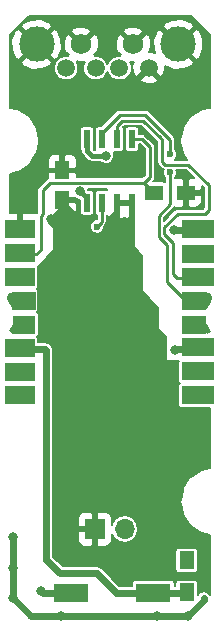
<source format=gbr>
G04 #@! TF.FileFunction,Copper,L1,Top,Signal*
%FSLAX46Y46*%
G04 Gerber Fmt 4.6, Leading zero omitted, Abs format (unit mm)*
G04 Created by KiCad (PCBNEW 4.0.4-stable) date 03/30/17 11:45:36*
%MOMM*%
%LPD*%
G01*
G04 APERTURE LIST*
%ADD10C,0.100000*%
%ADD11O,1.400000X1.000000*%
%ADD12O,0.100000X0.100000*%
%ADD13R,0.600000X1.550000*%
%ADD14R,1.250000X1.500000*%
%ADD15C,1.750000*%
%ADD16C,1.501140*%
%ADD17C,2.999740*%
%ADD18R,1.300000X1.500000*%
%ADD19R,1.500000X1.300000*%
%ADD20R,3.000000X1.600000*%
%ADD21R,1.700000X1.700000*%
%ADD22O,1.700000X1.700000*%
%ADD23R,2.500000X1.500000*%
%ADD24R,2.000000X1.500000*%
%ADD25R,1.900000X1.500000*%
%ADD26R,2.700000X1.500000*%
%ADD27R,2.100000X1.500000*%
%ADD28C,0.800000*%
%ADD29C,0.600000*%
%ADD30C,0.600000*%
%ADD31C,0.400000*%
%ADD32C,0.250000*%
%ADD33C,0.200000*%
G04 APERTURE END LIST*
D10*
D11*
X142960000Y-78840000D03*
D12*
X142960000Y-81200000D03*
D10*
G36*
X143048205Y-79523109D02*
X142701795Y-79723109D01*
X142351795Y-79116891D01*
X142698205Y-78916891D01*
X143048205Y-79523109D01*
X143048205Y-79523109D01*
G37*
G36*
X142845863Y-81077199D02*
X143185082Y-81289167D01*
X142814139Y-81882801D01*
X142474920Y-81670833D01*
X142845863Y-81077199D01*
X142845863Y-81077199D01*
G37*
D13*
X149055000Y-70810000D03*
X150325000Y-70810000D03*
X151595000Y-70810000D03*
X152865000Y-70810000D03*
X152865000Y-65410000D03*
X151595000Y-65410000D03*
X150325000Y-65410000D03*
X149055000Y-65410000D03*
D14*
X146970000Y-68060000D03*
X146970000Y-70560000D03*
D15*
X148600000Y-57400000D03*
X153000000Y-57400000D03*
D16*
X154300000Y-59400000D03*
X151800000Y-59400000D03*
X149800000Y-59400000D03*
X147300000Y-59400000D03*
D17*
X156800000Y-57400000D03*
X144800000Y-57400000D03*
D18*
X157510000Y-101090000D03*
X157510000Y-103790000D03*
D19*
X157450000Y-69950000D03*
X154750000Y-69950000D03*
D20*
X147680000Y-103860000D03*
X154680000Y-103860000D03*
D21*
X149730000Y-98450000D03*
D22*
X152270000Y-98450000D03*
D23*
X143400000Y-72997600D03*
X143400000Y-75029600D03*
X143400000Y-77112400D03*
D24*
X143700000Y-79093600D03*
D25*
X143700000Y-81125600D03*
D23*
X143400000Y-83106800D03*
X143400000Y-85113400D03*
D26*
X158450000Y-73035700D03*
X158450000Y-75118500D03*
X158450000Y-77099700D03*
D27*
X158150000Y-79119000D03*
X158150000Y-81151000D03*
D26*
X158450000Y-83056000D03*
X158450000Y-85088000D03*
X158450000Y-87120000D03*
D23*
X143400000Y-87120000D03*
D10*
G36*
X158851795Y-81296890D02*
X159198205Y-81096890D01*
X159548205Y-81703108D01*
X159201795Y-81903108D01*
X158851795Y-81296890D01*
X158851795Y-81296890D01*
G37*
G36*
X159234138Y-79782801D02*
X158894919Y-79570833D01*
X159265862Y-78977199D01*
X159605081Y-79189167D01*
X159234138Y-79782801D01*
X159234138Y-79782801D01*
G37*
D11*
X159000000Y-78870000D03*
D12*
X159000000Y-81230000D03*
D28*
X142810000Y-101720000D03*
D29*
X144350000Y-105800000D03*
D28*
X146890000Y-105800000D03*
X157640000Y-105800000D03*
X154970000Y-105800000D03*
X142810000Y-104260000D03*
X142810000Y-99140000D03*
X157180000Y-68380000D03*
X146750000Y-66390000D03*
X145150000Y-64590000D03*
X153200000Y-66940000D03*
X151980000Y-66940000D03*
X145200000Y-103670000D03*
X156430000Y-73150000D03*
X150700000Y-66810000D03*
X148460000Y-69840000D03*
D29*
X156100000Y-66710000D03*
X156100000Y-68240000D03*
D28*
X156520000Y-83280000D03*
D29*
X149900000Y-72820000D03*
D28*
X149760000Y-73710000D03*
X151750000Y-77460000D03*
X148440000Y-91270000D03*
X145720000Y-79020000D03*
X147390000Y-80010000D03*
X147390000Y-81140000D03*
X145740000Y-81120000D03*
X149150000Y-81150000D03*
X149150000Y-80020000D03*
X145690000Y-80010000D03*
X147370000Y-79030000D03*
X146050000Y-72180000D03*
D30*
X142810000Y-99140000D02*
X142810000Y-101720000D01*
X142810000Y-104260000D02*
X144350000Y-105800000D01*
X154970000Y-105800000D02*
X157640000Y-105800000D01*
X158980000Y-104460000D02*
X157640000Y-105800000D01*
X158980000Y-104460000D02*
X158980000Y-104310000D01*
X154970000Y-105800000D02*
X146890000Y-105800000D01*
X144350000Y-105800000D02*
X146890000Y-105800000D01*
X142810000Y-101720000D02*
X142810000Y-104260000D01*
X158970000Y-104310000D02*
X158980000Y-104310000D01*
X158970000Y-104310000D02*
X158960000Y-104300000D01*
D31*
X157450000Y-69950000D02*
X157450000Y-68650000D01*
X157450000Y-68650000D02*
X157180000Y-68380000D01*
D32*
X157450000Y-69950000D02*
X157450000Y-69450000D01*
D30*
X145390000Y-103860000D02*
X147680000Y-103860000D01*
X145200000Y-103670000D02*
X145390000Y-103860000D01*
X156430000Y-73150000D02*
X157846800Y-73150000D01*
X157846800Y-73150000D02*
X157871100Y-73125700D01*
D31*
X150700000Y-66810000D02*
X149470000Y-66810000D01*
X149055000Y-66395000D02*
X149055000Y-65410000D01*
X149470000Y-66810000D02*
X149055000Y-66395000D01*
X148460000Y-69840000D02*
X149055000Y-70435000D01*
X149055000Y-70810000D02*
X149055000Y-70435000D01*
X149055000Y-70810000D02*
X149055000Y-70765000D01*
D32*
X153710000Y-65410000D02*
X154410000Y-66110000D01*
X152865000Y-65410000D02*
X153710000Y-65410000D01*
X154410000Y-68620000D02*
X153915000Y-69115000D01*
X154410000Y-66110000D02*
X154410000Y-68620000D01*
X145350000Y-69740000D02*
X145950000Y-69140000D01*
X154750000Y-69950000D02*
X153915000Y-69115000D01*
X153915000Y-69115000D02*
X153900000Y-69100000D01*
X145350000Y-69740000D02*
X145350000Y-71750000D01*
X145350000Y-71750000D02*
X145140000Y-71960000D01*
X145140000Y-71960000D02*
X145140000Y-74770000D01*
X145140000Y-74770000D02*
X144790400Y-75119600D01*
X144790400Y-75119600D02*
X143883800Y-75119600D01*
X148010000Y-69100000D02*
X153900000Y-69100000D01*
X147970000Y-69140000D02*
X148010000Y-69100000D01*
X145950000Y-69140000D02*
X147970000Y-69140000D01*
X154620000Y-70080000D02*
X154750000Y-69950000D01*
X154270000Y-70430000D02*
X154750000Y-69950000D01*
X155230000Y-65270000D02*
X155460000Y-65500000D01*
X157630000Y-67570000D02*
X159400000Y-69340000D01*
X159400000Y-69340000D02*
X159400000Y-71380000D01*
X156669700Y-77189700D02*
X157947300Y-77189700D01*
X159030000Y-71750000D02*
X159400000Y-71380000D01*
X156740000Y-71750000D02*
X159030000Y-71750000D01*
X155620000Y-72870000D02*
X156740000Y-71750000D01*
X155620000Y-73460000D02*
X155620000Y-72870000D01*
X156330000Y-74170000D02*
X155620000Y-73460000D01*
X156330000Y-76850000D02*
X156330000Y-74170000D01*
X156669700Y-77189700D02*
X156330000Y-76850000D01*
X156030000Y-67570000D02*
X157630000Y-67570000D01*
X156030000Y-67570000D02*
X155660000Y-67570000D01*
X155460000Y-67370000D02*
X155660000Y-67570000D01*
X155460000Y-65500000D02*
X155460000Y-67370000D01*
X151595000Y-64295000D02*
X151595000Y-65410000D01*
X152030000Y-63860000D02*
X151595000Y-64295000D01*
X153820000Y-63860000D02*
X152030000Y-63860000D01*
X155280000Y-65320000D02*
X155230000Y-65270000D01*
X155230000Y-65270000D02*
X153820000Y-63860000D01*
X155850000Y-77130000D02*
X155850000Y-77550000D01*
X156100000Y-70950000D02*
X156100000Y-68240000D01*
X155130000Y-71920000D02*
X156100000Y-70950000D01*
X155130000Y-73663604D02*
X155130000Y-71920000D01*
X155850000Y-74383604D02*
X155130000Y-73663604D01*
X155850000Y-77130000D02*
X155850000Y-74383604D01*
X156100000Y-66710000D02*
X156100000Y-65470000D01*
X154000000Y-63370000D02*
X156100000Y-65470000D01*
X151840000Y-63370000D02*
X154000000Y-63370000D01*
X150325000Y-64885000D02*
X151840000Y-63370000D01*
X155850000Y-77550000D02*
X157419000Y-79119000D01*
X157419000Y-79119000D02*
X157940000Y-79119000D01*
X150325000Y-65410000D02*
X150325000Y-64885000D01*
X157960000Y-79209000D02*
X157929000Y-79209000D01*
X157499000Y-79209000D02*
X157960000Y-79209000D01*
X157959000Y-79210000D02*
X157960000Y-79209000D01*
D30*
X145610000Y-101010000D02*
X145610000Y-83300000D01*
X154380000Y-103830000D02*
X151520000Y-103830000D01*
X145506800Y-83196800D02*
X143934600Y-83196800D01*
X145610000Y-83300000D02*
X145506800Y-83196800D01*
X146790000Y-102190000D02*
X145610000Y-101010000D01*
X149880000Y-102190000D02*
X146790000Y-102190000D01*
X151520000Y-103830000D02*
X149880000Y-102190000D01*
X154380000Y-103830000D02*
X157470000Y-103830000D01*
X157470000Y-103830000D02*
X157510000Y-103790000D01*
X157960000Y-83146000D02*
X156654000Y-83146000D01*
X156654000Y-83146000D02*
X156520000Y-83280000D01*
D32*
X150325000Y-71865000D02*
X150325000Y-72395000D01*
X150325000Y-71865000D02*
X150325000Y-70810000D01*
X150325000Y-72395000D02*
X149900000Y-72820000D01*
D30*
X146970000Y-70560000D02*
X146970000Y-70810000D01*
X146970000Y-70810000D02*
X148000000Y-71840000D01*
X146050000Y-72180000D02*
X146050000Y-72460000D01*
X146050000Y-72460000D02*
X146520000Y-72930000D01*
D31*
X146050000Y-72160000D02*
X146080000Y-72160000D01*
X146050000Y-72180000D02*
X146050000Y-72160000D01*
X146970000Y-70560000D02*
X146970000Y-71240000D01*
X146970000Y-71240000D02*
X147910000Y-72180000D01*
X151595000Y-70810000D02*
X151595000Y-71475000D01*
X151595000Y-71475000D02*
X151000000Y-72070000D01*
X146080000Y-72160000D02*
X146040000Y-72160000D01*
X146040000Y-72160000D02*
X146910000Y-71290000D01*
X146080000Y-72160000D02*
X146330000Y-72160000D01*
X146330000Y-72160000D02*
X147080000Y-71410000D01*
X146080000Y-72170000D02*
X146090000Y-72180000D01*
X146080000Y-72160000D02*
X146080000Y-72170000D01*
D33*
G36*
X150779563Y-69690595D02*
X150751500Y-69758345D01*
X150744003Y-69753222D01*
X150625000Y-69729123D01*
X150025000Y-69729123D01*
X149913827Y-69750042D01*
X149811721Y-69815745D01*
X149743222Y-69915997D01*
X149719123Y-70035000D01*
X149719123Y-71585000D01*
X149740042Y-71696173D01*
X149805745Y-71798279D01*
X149900000Y-71862680D01*
X149900000Y-72218959D01*
X149898961Y-72219999D01*
X149781176Y-72219896D01*
X149560571Y-72311048D01*
X149391641Y-72479683D01*
X149300104Y-72700129D01*
X149299896Y-72938824D01*
X149391048Y-73159429D01*
X149559683Y-73328359D01*
X149780129Y-73419896D01*
X150018824Y-73420104D01*
X150239429Y-73328952D01*
X150408359Y-73160317D01*
X150499896Y-72939871D01*
X150500000Y-72821041D01*
X150625521Y-72695520D01*
X150717649Y-72557641D01*
X150750000Y-72395000D01*
X150750000Y-71861061D01*
X150750990Y-71860424D01*
X150779563Y-71929405D01*
X150950596Y-72100438D01*
X151174062Y-72193000D01*
X151293000Y-72193000D01*
X151445000Y-72041000D01*
X151445000Y-70964000D01*
X151745000Y-70964000D01*
X151745000Y-72041000D01*
X151897000Y-72193000D01*
X152015938Y-72193000D01*
X152230000Y-72104333D01*
X152444062Y-72193000D01*
X152563000Y-72193000D01*
X152715000Y-72041000D01*
X152715000Y-70964000D01*
X151745000Y-70964000D01*
X151445000Y-70964000D01*
X151421000Y-70964000D01*
X151421000Y-70656000D01*
X151445000Y-70656000D01*
X151445000Y-70636000D01*
X151745000Y-70636000D01*
X151745000Y-70656000D01*
X152715000Y-70656000D01*
X152715000Y-70636000D01*
X153015000Y-70636000D01*
X153015000Y-70656000D01*
X153039000Y-70656000D01*
X153039000Y-70964000D01*
X153015000Y-70964000D01*
X153015000Y-72041000D01*
X153070000Y-72096000D01*
X153070000Y-74550000D01*
X153077879Y-74588906D01*
X153099289Y-74620711D01*
X153760000Y-75281422D01*
X153760000Y-78270000D01*
X153767879Y-78308906D01*
X153789289Y-78340711D01*
X155120000Y-79671422D01*
X155120000Y-81480000D01*
X155127879Y-81518906D01*
X155149289Y-81550711D01*
X155770000Y-82171422D01*
X155770000Y-84100000D01*
X155777879Y-84138906D01*
X155800273Y-84171681D01*
X155833654Y-84193161D01*
X155870000Y-84200000D01*
X156831202Y-84200000D01*
X156818222Y-84218997D01*
X156794123Y-84338000D01*
X156794123Y-85838000D01*
X156815042Y-85949173D01*
X156880745Y-86051279D01*
X156958613Y-86104484D01*
X156886721Y-86150745D01*
X156818222Y-86250997D01*
X156794123Y-86370000D01*
X156794123Y-87870000D01*
X156815042Y-87981173D01*
X156880745Y-88083279D01*
X156980997Y-88151778D01*
X157100000Y-88175877D01*
X159450000Y-88175877D01*
X159450000Y-93295370D01*
X158793361Y-93432823D01*
X158658748Y-93490165D01*
X158658745Y-93490168D01*
X157853109Y-94040209D01*
X157750686Y-94144700D01*
X157216865Y-94961177D01*
X157165187Y-95089555D01*
X157162226Y-95096910D01*
X156990822Y-96006039D01*
X156982205Y-96026841D01*
X156982205Y-96051740D01*
X156981492Y-96055523D01*
X156982206Y-96126896D01*
X156982206Y-96173159D01*
X156982693Y-96175606D01*
X156982955Y-96201833D01*
X156992250Y-96223653D01*
X157172507Y-97129868D01*
X157228500Y-97265048D01*
X157770432Y-98076106D01*
X157873894Y-98179568D01*
X158684952Y-98721500D01*
X158820131Y-98777493D01*
X158820132Y-98777493D01*
X159475000Y-98907755D01*
X159475000Y-103991600D01*
X159404264Y-103885736D01*
X159209610Y-103755672D01*
X159202442Y-103754246D01*
X159189610Y-103745672D01*
X158960000Y-103700000D01*
X158730390Y-103745672D01*
X158535736Y-103875736D01*
X158465877Y-103980287D01*
X158465877Y-103040000D01*
X158444958Y-102928827D01*
X158379255Y-102826721D01*
X158279003Y-102758222D01*
X158160000Y-102734123D01*
X156860000Y-102734123D01*
X156748827Y-102755042D01*
X156646721Y-102820745D01*
X156578222Y-102920997D01*
X156554123Y-103040000D01*
X156554123Y-103230000D01*
X156485877Y-103230000D01*
X156485877Y-103060000D01*
X156464958Y-102948827D01*
X156399255Y-102846721D01*
X156299003Y-102778222D01*
X156180000Y-102754123D01*
X153180000Y-102754123D01*
X153068827Y-102775042D01*
X152966721Y-102840745D01*
X152898222Y-102940997D01*
X152874123Y-103060000D01*
X152874123Y-103230000D01*
X151768528Y-103230000D01*
X150304264Y-101765736D01*
X150109610Y-101635672D01*
X149880000Y-101590000D01*
X147038528Y-101590000D01*
X146210000Y-100761472D01*
X146210000Y-100340000D01*
X156554123Y-100340000D01*
X156554123Y-101840000D01*
X156575042Y-101951173D01*
X156640745Y-102053279D01*
X156740997Y-102121778D01*
X156860000Y-102145877D01*
X158160000Y-102145877D01*
X158271173Y-102124958D01*
X158373279Y-102059255D01*
X158441778Y-101959003D01*
X158465877Y-101840000D01*
X158465877Y-100340000D01*
X158444958Y-100228827D01*
X158379255Y-100126721D01*
X158279003Y-100058222D01*
X158160000Y-100034123D01*
X156860000Y-100034123D01*
X156748827Y-100055042D01*
X156646721Y-100120745D01*
X156578222Y-100220997D01*
X156554123Y-100340000D01*
X146210000Y-100340000D01*
X146210000Y-98756000D01*
X148272000Y-98756000D01*
X148272000Y-99420939D01*
X148364563Y-99644405D01*
X148535596Y-99815438D01*
X148759062Y-99908000D01*
X149424000Y-99908000D01*
X149576000Y-99756000D01*
X149576000Y-98604000D01*
X148424000Y-98604000D01*
X148272000Y-98756000D01*
X146210000Y-98756000D01*
X146210000Y-97479061D01*
X148272000Y-97479061D01*
X148272000Y-98144000D01*
X148424000Y-98296000D01*
X149576000Y-98296000D01*
X149576000Y-97144000D01*
X149884000Y-97144000D01*
X149884000Y-98296000D01*
X149904000Y-98296000D01*
X149904000Y-98604000D01*
X149884000Y-98604000D01*
X149884000Y-99756000D01*
X150036000Y-99908000D01*
X150700938Y-99908000D01*
X150924404Y-99815438D01*
X151095437Y-99644405D01*
X151188000Y-99420939D01*
X151188000Y-98814387D01*
X151207539Y-98912616D01*
X151456827Y-99285703D01*
X151829914Y-99534991D01*
X152270000Y-99622530D01*
X152710086Y-99534991D01*
X153083173Y-99285703D01*
X153332461Y-98912616D01*
X153420000Y-98472530D01*
X153420000Y-98427470D01*
X153332461Y-97987384D01*
X153083173Y-97614297D01*
X152710086Y-97365009D01*
X152270000Y-97277470D01*
X151829914Y-97365009D01*
X151456827Y-97614297D01*
X151207539Y-97987384D01*
X151188000Y-98085613D01*
X151188000Y-97479061D01*
X151095437Y-97255595D01*
X150924404Y-97084562D01*
X150700938Y-96992000D01*
X150036000Y-96992000D01*
X149884000Y-97144000D01*
X149576000Y-97144000D01*
X149424000Y-96992000D01*
X148759062Y-96992000D01*
X148535596Y-97084562D01*
X148364563Y-97255595D01*
X148272000Y-97479061D01*
X146210000Y-97479061D01*
X146210000Y-83300000D01*
X146164328Y-83070390D01*
X146034264Y-82875736D01*
X145931064Y-82772536D01*
X145736410Y-82642472D01*
X145506800Y-82596800D01*
X144955877Y-82596800D01*
X144955877Y-82356800D01*
X144934958Y-82245627D01*
X144869255Y-82143521D01*
X144853926Y-82133047D01*
X144913279Y-82094855D01*
X144981778Y-81994603D01*
X145005877Y-81875600D01*
X145005877Y-80375600D01*
X144984958Y-80264427D01*
X144919255Y-80162321D01*
X144819003Y-80093822D01*
X144816076Y-80093229D01*
X144863279Y-80062855D01*
X144931778Y-79962603D01*
X144955877Y-79843600D01*
X144955877Y-78343600D01*
X144934958Y-78232427D01*
X144869255Y-78130321D01*
X144829676Y-78103278D01*
X144863279Y-78081655D01*
X144931778Y-77981403D01*
X144955877Y-77862400D01*
X144955877Y-76362400D01*
X144934958Y-76251227D01*
X144915483Y-76220962D01*
X144930711Y-76210711D01*
X146230711Y-74910711D01*
X146252650Y-74877629D01*
X146260000Y-74840000D01*
X146260000Y-71918000D01*
X146664000Y-71918000D01*
X146816000Y-71766000D01*
X146816000Y-70714000D01*
X147124000Y-70714000D01*
X147124000Y-71766000D01*
X147276000Y-71918000D01*
X147715938Y-71918000D01*
X147939404Y-71825438D01*
X148110437Y-71654405D01*
X148203000Y-71430939D01*
X148203000Y-70866000D01*
X148051000Y-70714000D01*
X147124000Y-70714000D01*
X146816000Y-70714000D01*
X146796000Y-70714000D01*
X146796000Y-70406000D01*
X146816000Y-70406000D01*
X146816000Y-70386000D01*
X147124000Y-70386000D01*
X147124000Y-70406000D01*
X148035926Y-70406000D01*
X148062964Y-70433085D01*
X148320150Y-70539878D01*
X148449123Y-70539991D01*
X148449123Y-71585000D01*
X148470042Y-71696173D01*
X148535745Y-71798279D01*
X148635997Y-71866778D01*
X148755000Y-71890877D01*
X149355000Y-71890877D01*
X149466173Y-71869958D01*
X149568279Y-71804255D01*
X149636778Y-71704003D01*
X149660877Y-71585000D01*
X149660877Y-70035000D01*
X149639958Y-69923827D01*
X149574255Y-69821721D01*
X149474003Y-69753222D01*
X149355000Y-69729123D01*
X149160097Y-69729123D01*
X149160121Y-69701372D01*
X149151290Y-69680000D01*
X150790158Y-69680000D01*
X150779563Y-69690595D01*
X150779563Y-69690595D01*
G37*
X150779563Y-69690595D02*
X150751500Y-69758345D01*
X150744003Y-69753222D01*
X150625000Y-69729123D01*
X150025000Y-69729123D01*
X149913827Y-69750042D01*
X149811721Y-69815745D01*
X149743222Y-69915997D01*
X149719123Y-70035000D01*
X149719123Y-71585000D01*
X149740042Y-71696173D01*
X149805745Y-71798279D01*
X149900000Y-71862680D01*
X149900000Y-72218959D01*
X149898961Y-72219999D01*
X149781176Y-72219896D01*
X149560571Y-72311048D01*
X149391641Y-72479683D01*
X149300104Y-72700129D01*
X149299896Y-72938824D01*
X149391048Y-73159429D01*
X149559683Y-73328359D01*
X149780129Y-73419896D01*
X150018824Y-73420104D01*
X150239429Y-73328952D01*
X150408359Y-73160317D01*
X150499896Y-72939871D01*
X150500000Y-72821041D01*
X150625521Y-72695520D01*
X150717649Y-72557641D01*
X150750000Y-72395000D01*
X150750000Y-71861061D01*
X150750990Y-71860424D01*
X150779563Y-71929405D01*
X150950596Y-72100438D01*
X151174062Y-72193000D01*
X151293000Y-72193000D01*
X151445000Y-72041000D01*
X151445000Y-70964000D01*
X151745000Y-70964000D01*
X151745000Y-72041000D01*
X151897000Y-72193000D01*
X152015938Y-72193000D01*
X152230000Y-72104333D01*
X152444062Y-72193000D01*
X152563000Y-72193000D01*
X152715000Y-72041000D01*
X152715000Y-70964000D01*
X151745000Y-70964000D01*
X151445000Y-70964000D01*
X151421000Y-70964000D01*
X151421000Y-70656000D01*
X151445000Y-70656000D01*
X151445000Y-70636000D01*
X151745000Y-70636000D01*
X151745000Y-70656000D01*
X152715000Y-70656000D01*
X152715000Y-70636000D01*
X153015000Y-70636000D01*
X153015000Y-70656000D01*
X153039000Y-70656000D01*
X153039000Y-70964000D01*
X153015000Y-70964000D01*
X153015000Y-72041000D01*
X153070000Y-72096000D01*
X153070000Y-74550000D01*
X153077879Y-74588906D01*
X153099289Y-74620711D01*
X153760000Y-75281422D01*
X153760000Y-78270000D01*
X153767879Y-78308906D01*
X153789289Y-78340711D01*
X155120000Y-79671422D01*
X155120000Y-81480000D01*
X155127879Y-81518906D01*
X155149289Y-81550711D01*
X155770000Y-82171422D01*
X155770000Y-84100000D01*
X155777879Y-84138906D01*
X155800273Y-84171681D01*
X155833654Y-84193161D01*
X155870000Y-84200000D01*
X156831202Y-84200000D01*
X156818222Y-84218997D01*
X156794123Y-84338000D01*
X156794123Y-85838000D01*
X156815042Y-85949173D01*
X156880745Y-86051279D01*
X156958613Y-86104484D01*
X156886721Y-86150745D01*
X156818222Y-86250997D01*
X156794123Y-86370000D01*
X156794123Y-87870000D01*
X156815042Y-87981173D01*
X156880745Y-88083279D01*
X156980997Y-88151778D01*
X157100000Y-88175877D01*
X159450000Y-88175877D01*
X159450000Y-93295370D01*
X158793361Y-93432823D01*
X158658748Y-93490165D01*
X158658745Y-93490168D01*
X157853109Y-94040209D01*
X157750686Y-94144700D01*
X157216865Y-94961177D01*
X157165187Y-95089555D01*
X157162226Y-95096910D01*
X156990822Y-96006039D01*
X156982205Y-96026841D01*
X156982205Y-96051740D01*
X156981492Y-96055523D01*
X156982206Y-96126896D01*
X156982206Y-96173159D01*
X156982693Y-96175606D01*
X156982955Y-96201833D01*
X156992250Y-96223653D01*
X157172507Y-97129868D01*
X157228500Y-97265048D01*
X157770432Y-98076106D01*
X157873894Y-98179568D01*
X158684952Y-98721500D01*
X158820131Y-98777493D01*
X158820132Y-98777493D01*
X159475000Y-98907755D01*
X159475000Y-103991600D01*
X159404264Y-103885736D01*
X159209610Y-103755672D01*
X159202442Y-103754246D01*
X159189610Y-103745672D01*
X158960000Y-103700000D01*
X158730390Y-103745672D01*
X158535736Y-103875736D01*
X158465877Y-103980287D01*
X158465877Y-103040000D01*
X158444958Y-102928827D01*
X158379255Y-102826721D01*
X158279003Y-102758222D01*
X158160000Y-102734123D01*
X156860000Y-102734123D01*
X156748827Y-102755042D01*
X156646721Y-102820745D01*
X156578222Y-102920997D01*
X156554123Y-103040000D01*
X156554123Y-103230000D01*
X156485877Y-103230000D01*
X156485877Y-103060000D01*
X156464958Y-102948827D01*
X156399255Y-102846721D01*
X156299003Y-102778222D01*
X156180000Y-102754123D01*
X153180000Y-102754123D01*
X153068827Y-102775042D01*
X152966721Y-102840745D01*
X152898222Y-102940997D01*
X152874123Y-103060000D01*
X152874123Y-103230000D01*
X151768528Y-103230000D01*
X150304264Y-101765736D01*
X150109610Y-101635672D01*
X149880000Y-101590000D01*
X147038528Y-101590000D01*
X146210000Y-100761472D01*
X146210000Y-100340000D01*
X156554123Y-100340000D01*
X156554123Y-101840000D01*
X156575042Y-101951173D01*
X156640745Y-102053279D01*
X156740997Y-102121778D01*
X156860000Y-102145877D01*
X158160000Y-102145877D01*
X158271173Y-102124958D01*
X158373279Y-102059255D01*
X158441778Y-101959003D01*
X158465877Y-101840000D01*
X158465877Y-100340000D01*
X158444958Y-100228827D01*
X158379255Y-100126721D01*
X158279003Y-100058222D01*
X158160000Y-100034123D01*
X156860000Y-100034123D01*
X156748827Y-100055042D01*
X156646721Y-100120745D01*
X156578222Y-100220997D01*
X156554123Y-100340000D01*
X146210000Y-100340000D01*
X146210000Y-98756000D01*
X148272000Y-98756000D01*
X148272000Y-99420939D01*
X148364563Y-99644405D01*
X148535596Y-99815438D01*
X148759062Y-99908000D01*
X149424000Y-99908000D01*
X149576000Y-99756000D01*
X149576000Y-98604000D01*
X148424000Y-98604000D01*
X148272000Y-98756000D01*
X146210000Y-98756000D01*
X146210000Y-97479061D01*
X148272000Y-97479061D01*
X148272000Y-98144000D01*
X148424000Y-98296000D01*
X149576000Y-98296000D01*
X149576000Y-97144000D01*
X149884000Y-97144000D01*
X149884000Y-98296000D01*
X149904000Y-98296000D01*
X149904000Y-98604000D01*
X149884000Y-98604000D01*
X149884000Y-99756000D01*
X150036000Y-99908000D01*
X150700938Y-99908000D01*
X150924404Y-99815438D01*
X151095437Y-99644405D01*
X151188000Y-99420939D01*
X151188000Y-98814387D01*
X151207539Y-98912616D01*
X151456827Y-99285703D01*
X151829914Y-99534991D01*
X152270000Y-99622530D01*
X152710086Y-99534991D01*
X153083173Y-99285703D01*
X153332461Y-98912616D01*
X153420000Y-98472530D01*
X153420000Y-98427470D01*
X153332461Y-97987384D01*
X153083173Y-97614297D01*
X152710086Y-97365009D01*
X152270000Y-97277470D01*
X151829914Y-97365009D01*
X151456827Y-97614297D01*
X151207539Y-97987384D01*
X151188000Y-98085613D01*
X151188000Y-97479061D01*
X151095437Y-97255595D01*
X150924404Y-97084562D01*
X150700938Y-96992000D01*
X150036000Y-96992000D01*
X149884000Y-97144000D01*
X149576000Y-97144000D01*
X149424000Y-96992000D01*
X148759062Y-96992000D01*
X148535596Y-97084562D01*
X148364563Y-97255595D01*
X148272000Y-97479061D01*
X146210000Y-97479061D01*
X146210000Y-83300000D01*
X146164328Y-83070390D01*
X146034264Y-82875736D01*
X145931064Y-82772536D01*
X145736410Y-82642472D01*
X145506800Y-82596800D01*
X144955877Y-82596800D01*
X144955877Y-82356800D01*
X144934958Y-82245627D01*
X144869255Y-82143521D01*
X144853926Y-82133047D01*
X144913279Y-82094855D01*
X144981778Y-81994603D01*
X145005877Y-81875600D01*
X145005877Y-80375600D01*
X144984958Y-80264427D01*
X144919255Y-80162321D01*
X144819003Y-80093822D01*
X144816076Y-80093229D01*
X144863279Y-80062855D01*
X144931778Y-79962603D01*
X144955877Y-79843600D01*
X144955877Y-78343600D01*
X144934958Y-78232427D01*
X144869255Y-78130321D01*
X144829676Y-78103278D01*
X144863279Y-78081655D01*
X144931778Y-77981403D01*
X144955877Y-77862400D01*
X144955877Y-76362400D01*
X144934958Y-76251227D01*
X144915483Y-76220962D01*
X144930711Y-76210711D01*
X146230711Y-74910711D01*
X146252650Y-74877629D01*
X146260000Y-74840000D01*
X146260000Y-71918000D01*
X146664000Y-71918000D01*
X146816000Y-71766000D01*
X146816000Y-70714000D01*
X147124000Y-70714000D01*
X147124000Y-71766000D01*
X147276000Y-71918000D01*
X147715938Y-71918000D01*
X147939404Y-71825438D01*
X148110437Y-71654405D01*
X148203000Y-71430939D01*
X148203000Y-70866000D01*
X148051000Y-70714000D01*
X147124000Y-70714000D01*
X146816000Y-70714000D01*
X146796000Y-70714000D01*
X146796000Y-70406000D01*
X146816000Y-70406000D01*
X146816000Y-70386000D01*
X147124000Y-70386000D01*
X147124000Y-70406000D01*
X148035926Y-70406000D01*
X148062964Y-70433085D01*
X148320150Y-70539878D01*
X148449123Y-70539991D01*
X148449123Y-71585000D01*
X148470042Y-71696173D01*
X148535745Y-71798279D01*
X148635997Y-71866778D01*
X148755000Y-71890877D01*
X149355000Y-71890877D01*
X149466173Y-71869958D01*
X149568279Y-71804255D01*
X149636778Y-71704003D01*
X149660877Y-71585000D01*
X149660877Y-70035000D01*
X149639958Y-69923827D01*
X149574255Y-69821721D01*
X149474003Y-69753222D01*
X149355000Y-69729123D01*
X149160097Y-69729123D01*
X149160121Y-69701372D01*
X149151290Y-69680000D01*
X150790158Y-69680000D01*
X150779563Y-69690595D01*
G36*
X159475000Y-56580330D02*
X159475000Y-62742245D01*
X158820132Y-62872507D01*
X158820131Y-62872507D01*
X158684952Y-62928500D01*
X157873894Y-63470432D01*
X157770432Y-63573894D01*
X157228500Y-64384952D01*
X157172507Y-64520132D01*
X156982207Y-65476836D01*
X156982205Y-65476841D01*
X156982206Y-65550000D01*
X156982205Y-65623159D01*
X156982207Y-65623164D01*
X157172507Y-66579868D01*
X157228500Y-66715048D01*
X157515785Y-67145000D01*
X156513510Y-67145000D01*
X156608359Y-67050317D01*
X156699896Y-66829871D01*
X156700104Y-66591176D01*
X156608952Y-66370571D01*
X156525000Y-66286472D01*
X156525000Y-65470000D01*
X156492649Y-65307360D01*
X156433380Y-65218658D01*
X156400520Y-65169479D01*
X154300520Y-63069480D01*
X154162641Y-62977351D01*
X154135657Y-62971984D01*
X154000000Y-62945000D01*
X151840000Y-62945000D01*
X151677359Y-62977351D01*
X151539480Y-63069479D01*
X150279837Y-64329123D01*
X150025000Y-64329123D01*
X149913827Y-64350042D01*
X149811721Y-64415745D01*
X149743222Y-64515997D01*
X149719123Y-64635000D01*
X149719123Y-66185000D01*
X149740042Y-66296173D01*
X149748939Y-66310000D01*
X149677107Y-66310000D01*
X149642560Y-66275453D01*
X149660877Y-66185000D01*
X149660877Y-64635000D01*
X149639958Y-64523827D01*
X149574255Y-64421721D01*
X149474003Y-64353222D01*
X149355000Y-64329123D01*
X148755000Y-64329123D01*
X148643827Y-64350042D01*
X148541721Y-64415745D01*
X148473222Y-64515997D01*
X148449123Y-64635000D01*
X148449123Y-66185000D01*
X148470042Y-66296173D01*
X148535745Y-66398279D01*
X148558783Y-66414020D01*
X148591772Y-66579868D01*
X148593060Y-66586342D01*
X148701447Y-66748553D01*
X149116447Y-67163554D01*
X149213686Y-67228526D01*
X149278658Y-67271940D01*
X149470000Y-67310000D01*
X150210041Y-67310000D01*
X150302964Y-67403085D01*
X150560150Y-67509878D01*
X150838628Y-67510121D01*
X151096000Y-67403777D01*
X151293085Y-67207036D01*
X151399878Y-66949850D01*
X151400121Y-66671372D01*
X151325542Y-66490877D01*
X151895000Y-66490877D01*
X152006173Y-66469958D01*
X152108279Y-66404255D01*
X152176778Y-66304003D01*
X152200877Y-66185000D01*
X152200877Y-64635000D01*
X152179958Y-64523827D01*
X152114255Y-64421721D01*
X152087559Y-64403481D01*
X152206040Y-64285000D01*
X153643960Y-64285000D01*
X154929480Y-65570520D01*
X154979480Y-65620521D01*
X154979483Y-65620523D01*
X155035000Y-65676040D01*
X155035000Y-67370000D01*
X155059248Y-67491904D01*
X155067351Y-67532641D01*
X155159480Y-67670520D01*
X155359480Y-67870521D01*
X155497359Y-67962649D01*
X155560297Y-67975168D01*
X155500104Y-68120129D01*
X155499896Y-68358824D01*
X155591048Y-68579429D01*
X155675000Y-68663528D01*
X155675000Y-69056483D01*
X155619003Y-69018222D01*
X155500000Y-68994123D01*
X154636918Y-68994123D01*
X154710521Y-68920520D01*
X154802649Y-68782641D01*
X154835000Y-68620000D01*
X154835000Y-66110000D01*
X154802649Y-65947360D01*
X154727572Y-65835000D01*
X154710520Y-65809479D01*
X154010520Y-65109480D01*
X153872641Y-65017351D01*
X153845657Y-65011984D01*
X153710000Y-64985000D01*
X153470877Y-64985000D01*
X153470877Y-64635000D01*
X153449958Y-64523827D01*
X153384255Y-64421721D01*
X153284003Y-64353222D01*
X153165000Y-64329123D01*
X152565000Y-64329123D01*
X152453827Y-64350042D01*
X152351721Y-64415745D01*
X152283222Y-64515997D01*
X152259123Y-64635000D01*
X152259123Y-66185000D01*
X152280042Y-66296173D01*
X152345745Y-66398279D01*
X152445997Y-66466778D01*
X152565000Y-66490877D01*
X153165000Y-66490877D01*
X153276173Y-66469958D01*
X153378279Y-66404255D01*
X153446778Y-66304003D01*
X153470877Y-66185000D01*
X153470877Y-65835000D01*
X153533960Y-65835000D01*
X153985000Y-66286041D01*
X153985000Y-68443959D01*
X153768960Y-68660000D01*
X148203000Y-68660000D01*
X148203000Y-68366000D01*
X148051000Y-68214000D01*
X147124000Y-68214000D01*
X147124000Y-68234000D01*
X146816000Y-68234000D01*
X146816000Y-68214000D01*
X145889000Y-68214000D01*
X145737000Y-68366000D01*
X145737000Y-68701578D01*
X144909289Y-69529289D01*
X144887350Y-69562371D01*
X144880000Y-69600000D01*
X144880000Y-71618960D01*
X144839480Y-71659480D01*
X144835026Y-71666146D01*
X144770939Y-71639600D01*
X143706000Y-71639600D01*
X143554000Y-71791600D01*
X143554000Y-72843600D01*
X143574000Y-72843600D01*
X143574000Y-73151600D01*
X143554000Y-73151600D01*
X143554000Y-73171600D01*
X143246000Y-73171600D01*
X143246000Y-73151600D01*
X143226000Y-73151600D01*
X143226000Y-72843600D01*
X143246000Y-72843600D01*
X143246000Y-71791600D01*
X143094000Y-71639600D01*
X142525000Y-71639600D01*
X142525000Y-68357754D01*
X143179868Y-68227493D01*
X143315048Y-68171500D01*
X144126106Y-67629568D01*
X144229568Y-67526106D01*
X144454774Y-67189061D01*
X145737000Y-67189061D01*
X145737000Y-67754000D01*
X145889000Y-67906000D01*
X146816000Y-67906000D01*
X146816000Y-66854000D01*
X147124000Y-66854000D01*
X147124000Y-67906000D01*
X148051000Y-67906000D01*
X148203000Y-67754000D01*
X148203000Y-67189061D01*
X148110437Y-66965595D01*
X147939404Y-66794562D01*
X147715938Y-66702000D01*
X147276000Y-66702000D01*
X147124000Y-66854000D01*
X146816000Y-66854000D01*
X146664000Y-66702000D01*
X146224062Y-66702000D01*
X146000596Y-66794562D01*
X145829563Y-66965595D01*
X145737000Y-67189061D01*
X144454774Y-67189061D01*
X144771500Y-66715048D01*
X144827493Y-66579869D01*
X144827493Y-66579868D01*
X145017795Y-65623159D01*
X145017795Y-65476841D01*
X144827493Y-64520132D01*
X144825781Y-64515997D01*
X144771500Y-64384952D01*
X144229568Y-63573894D01*
X144126106Y-63470432D01*
X143315048Y-62928500D01*
X143179868Y-62872507D01*
X142525000Y-62742246D01*
X142525000Y-59608055D01*
X146249248Y-59608055D01*
X146408851Y-59994323D01*
X146704123Y-60290111D01*
X147090112Y-60450387D01*
X147508055Y-60450752D01*
X147894323Y-60291149D01*
X148190111Y-59995877D01*
X148350387Y-59609888D01*
X148350752Y-59191945D01*
X148201670Y-58831141D01*
X148398598Y-58898581D01*
X148883314Y-58868122D01*
X148749613Y-59190112D01*
X148749248Y-59608055D01*
X148908851Y-59994323D01*
X149204123Y-60290111D01*
X149590112Y-60450387D01*
X150008055Y-60450752D01*
X150394323Y-60291149D01*
X150690111Y-59995877D01*
X150800072Y-59731059D01*
X150908851Y-59994323D01*
X151204123Y-60290111D01*
X151590112Y-60450387D01*
X152008055Y-60450752D01*
X152193658Y-60374062D01*
X153543727Y-60374062D01*
X153615444Y-60604211D01*
X154128384Y-60774514D01*
X154667452Y-60735560D01*
X154984556Y-60604211D01*
X155056273Y-60374062D01*
X154300000Y-59617789D01*
X153543727Y-60374062D01*
X152193658Y-60374062D01*
X152394323Y-60291149D01*
X152690111Y-59995877D01*
X152850387Y-59609888D01*
X152850752Y-59191945D01*
X152718153Y-58871032D01*
X152798598Y-58898581D01*
X153040022Y-58883410D01*
X152925486Y-59228384D01*
X152964440Y-59767452D01*
X153095789Y-60084556D01*
X153325938Y-60156273D01*
X154082211Y-59400000D01*
X154068069Y-59385858D01*
X154285858Y-59168069D01*
X154300000Y-59182211D01*
X154314142Y-59168069D01*
X154531931Y-59385858D01*
X154517789Y-59400000D01*
X155274062Y-60156273D01*
X155504211Y-60084556D01*
X155674514Y-59571616D01*
X155647069Y-59191812D01*
X155664588Y-59224760D01*
X156449322Y-59520362D01*
X157287443Y-59493158D01*
X157935412Y-59224760D01*
X158099111Y-58916900D01*
X156800000Y-57617789D01*
X156785858Y-57631931D01*
X156568069Y-57414142D01*
X156582211Y-57400000D01*
X157017789Y-57400000D01*
X158316900Y-58699111D01*
X158624760Y-58535412D01*
X158920362Y-57750678D01*
X158893158Y-56912557D01*
X158624760Y-56264588D01*
X158316900Y-56100889D01*
X157017789Y-57400000D01*
X156582211Y-57400000D01*
X155283100Y-56100889D01*
X154975240Y-56264588D01*
X154679638Y-57049322D01*
X154706842Y-57887443D01*
X154810646Y-58138049D01*
X154471616Y-58025486D01*
X154350347Y-58034249D01*
X154498581Y-57601402D01*
X154461581Y-57012589D01*
X154307435Y-56640447D01*
X154064413Y-56553376D01*
X153217789Y-57400000D01*
X153231931Y-57414142D01*
X153014142Y-57631931D01*
X153000000Y-57617789D01*
X152985858Y-57631931D01*
X152768069Y-57414142D01*
X152782211Y-57400000D01*
X151935587Y-56553376D01*
X151692565Y-56640447D01*
X151501419Y-57198598D01*
X151538419Y-57787411D01*
X151692565Y-58159553D01*
X151935586Y-58246623D01*
X151832751Y-58349458D01*
X151591945Y-58349248D01*
X151205677Y-58508851D01*
X150909889Y-58804123D01*
X150799928Y-59068941D01*
X150691149Y-58805677D01*
X150395877Y-58509889D01*
X150009888Y-58349613D01*
X149767192Y-58349401D01*
X149664414Y-58246623D01*
X149907435Y-58159553D01*
X150098581Y-57601402D01*
X150061581Y-57012589D01*
X149907435Y-56640447D01*
X149664413Y-56553376D01*
X148817789Y-57400000D01*
X148831931Y-57414142D01*
X148614142Y-57631931D01*
X148600000Y-57617789D01*
X148585858Y-57631931D01*
X148368069Y-57414142D01*
X148382211Y-57400000D01*
X147535587Y-56553376D01*
X147292565Y-56640447D01*
X147101419Y-57198598D01*
X147138419Y-57787411D01*
X147292565Y-58159553D01*
X147535586Y-58246623D01*
X147432663Y-58349546D01*
X147091945Y-58349248D01*
X146705677Y-58508851D01*
X146409889Y-58804123D01*
X146249613Y-59190112D01*
X146249248Y-59608055D01*
X142525000Y-59608055D01*
X142525000Y-58916900D01*
X143500889Y-58916900D01*
X143664588Y-59224760D01*
X144449322Y-59520362D01*
X145287443Y-59493158D01*
X145935412Y-59224760D01*
X146099111Y-58916900D01*
X144800000Y-57617789D01*
X143500889Y-58916900D01*
X142525000Y-58916900D01*
X142525000Y-57049322D01*
X142679638Y-57049322D01*
X142706842Y-57887443D01*
X142975240Y-58535412D01*
X143283100Y-58699111D01*
X144582211Y-57400000D01*
X145017789Y-57400000D01*
X146316900Y-58699111D01*
X146624760Y-58535412D01*
X146920362Y-57750678D01*
X146893158Y-56912557D01*
X146654169Y-56335587D01*
X147753376Y-56335587D01*
X148600000Y-57182211D01*
X149446624Y-56335587D01*
X152153376Y-56335587D01*
X153000000Y-57182211D01*
X153846624Y-56335587D01*
X153759553Y-56092565D01*
X153201402Y-55901419D01*
X152612589Y-55938419D01*
X152240447Y-56092565D01*
X152153376Y-56335587D01*
X149446624Y-56335587D01*
X149359553Y-56092565D01*
X148801402Y-55901419D01*
X148212589Y-55938419D01*
X147840447Y-56092565D01*
X147753376Y-56335587D01*
X146654169Y-56335587D01*
X146624760Y-56264588D01*
X146316900Y-56100889D01*
X145017789Y-57400000D01*
X144582211Y-57400000D01*
X143283100Y-56100889D01*
X142975240Y-56264588D01*
X142679638Y-57049322D01*
X142525000Y-57049322D01*
X142525000Y-56580330D01*
X143222230Y-55883100D01*
X143500889Y-55883100D01*
X144800000Y-57182211D01*
X146099111Y-55883100D01*
X155500889Y-55883100D01*
X156800000Y-57182211D01*
X158099111Y-55883100D01*
X157935412Y-55575240D01*
X157150678Y-55279638D01*
X156312557Y-55306842D01*
X155664588Y-55575240D01*
X155500889Y-55883100D01*
X146099111Y-55883100D01*
X145935412Y-55575240D01*
X145150678Y-55279638D01*
X144312557Y-55306842D01*
X143664588Y-55575240D01*
X143500889Y-55883100D01*
X143222230Y-55883100D01*
X144130330Y-54975000D01*
X157869670Y-54975000D01*
X159475000Y-56580330D01*
X159475000Y-56580330D01*
G37*
X159475000Y-56580330D02*
X159475000Y-62742245D01*
X158820132Y-62872507D01*
X158820131Y-62872507D01*
X158684952Y-62928500D01*
X157873894Y-63470432D01*
X157770432Y-63573894D01*
X157228500Y-64384952D01*
X157172507Y-64520132D01*
X156982207Y-65476836D01*
X156982205Y-65476841D01*
X156982206Y-65550000D01*
X156982205Y-65623159D01*
X156982207Y-65623164D01*
X157172507Y-66579868D01*
X157228500Y-66715048D01*
X157515785Y-67145000D01*
X156513510Y-67145000D01*
X156608359Y-67050317D01*
X156699896Y-66829871D01*
X156700104Y-66591176D01*
X156608952Y-66370571D01*
X156525000Y-66286472D01*
X156525000Y-65470000D01*
X156492649Y-65307360D01*
X156433380Y-65218658D01*
X156400520Y-65169479D01*
X154300520Y-63069480D01*
X154162641Y-62977351D01*
X154135657Y-62971984D01*
X154000000Y-62945000D01*
X151840000Y-62945000D01*
X151677359Y-62977351D01*
X151539480Y-63069479D01*
X150279837Y-64329123D01*
X150025000Y-64329123D01*
X149913827Y-64350042D01*
X149811721Y-64415745D01*
X149743222Y-64515997D01*
X149719123Y-64635000D01*
X149719123Y-66185000D01*
X149740042Y-66296173D01*
X149748939Y-66310000D01*
X149677107Y-66310000D01*
X149642560Y-66275453D01*
X149660877Y-66185000D01*
X149660877Y-64635000D01*
X149639958Y-64523827D01*
X149574255Y-64421721D01*
X149474003Y-64353222D01*
X149355000Y-64329123D01*
X148755000Y-64329123D01*
X148643827Y-64350042D01*
X148541721Y-64415745D01*
X148473222Y-64515997D01*
X148449123Y-64635000D01*
X148449123Y-66185000D01*
X148470042Y-66296173D01*
X148535745Y-66398279D01*
X148558783Y-66414020D01*
X148591772Y-66579868D01*
X148593060Y-66586342D01*
X148701447Y-66748553D01*
X149116447Y-67163554D01*
X149213686Y-67228526D01*
X149278658Y-67271940D01*
X149470000Y-67310000D01*
X150210041Y-67310000D01*
X150302964Y-67403085D01*
X150560150Y-67509878D01*
X150838628Y-67510121D01*
X151096000Y-67403777D01*
X151293085Y-67207036D01*
X151399878Y-66949850D01*
X151400121Y-66671372D01*
X151325542Y-66490877D01*
X151895000Y-66490877D01*
X152006173Y-66469958D01*
X152108279Y-66404255D01*
X152176778Y-66304003D01*
X152200877Y-66185000D01*
X152200877Y-64635000D01*
X152179958Y-64523827D01*
X152114255Y-64421721D01*
X152087559Y-64403481D01*
X152206040Y-64285000D01*
X153643960Y-64285000D01*
X154929480Y-65570520D01*
X154979480Y-65620521D01*
X154979483Y-65620523D01*
X155035000Y-65676040D01*
X155035000Y-67370000D01*
X155059248Y-67491904D01*
X155067351Y-67532641D01*
X155159480Y-67670520D01*
X155359480Y-67870521D01*
X155497359Y-67962649D01*
X155560297Y-67975168D01*
X155500104Y-68120129D01*
X155499896Y-68358824D01*
X155591048Y-68579429D01*
X155675000Y-68663528D01*
X155675000Y-69056483D01*
X155619003Y-69018222D01*
X155500000Y-68994123D01*
X154636918Y-68994123D01*
X154710521Y-68920520D01*
X154802649Y-68782641D01*
X154835000Y-68620000D01*
X154835000Y-66110000D01*
X154802649Y-65947360D01*
X154727572Y-65835000D01*
X154710520Y-65809479D01*
X154010520Y-65109480D01*
X153872641Y-65017351D01*
X153845657Y-65011984D01*
X153710000Y-64985000D01*
X153470877Y-64985000D01*
X153470877Y-64635000D01*
X153449958Y-64523827D01*
X153384255Y-64421721D01*
X153284003Y-64353222D01*
X153165000Y-64329123D01*
X152565000Y-64329123D01*
X152453827Y-64350042D01*
X152351721Y-64415745D01*
X152283222Y-64515997D01*
X152259123Y-64635000D01*
X152259123Y-66185000D01*
X152280042Y-66296173D01*
X152345745Y-66398279D01*
X152445997Y-66466778D01*
X152565000Y-66490877D01*
X153165000Y-66490877D01*
X153276173Y-66469958D01*
X153378279Y-66404255D01*
X153446778Y-66304003D01*
X153470877Y-66185000D01*
X153470877Y-65835000D01*
X153533960Y-65835000D01*
X153985000Y-66286041D01*
X153985000Y-68443959D01*
X153768960Y-68660000D01*
X148203000Y-68660000D01*
X148203000Y-68366000D01*
X148051000Y-68214000D01*
X147124000Y-68214000D01*
X147124000Y-68234000D01*
X146816000Y-68234000D01*
X146816000Y-68214000D01*
X145889000Y-68214000D01*
X145737000Y-68366000D01*
X145737000Y-68701578D01*
X144909289Y-69529289D01*
X144887350Y-69562371D01*
X144880000Y-69600000D01*
X144880000Y-71618960D01*
X144839480Y-71659480D01*
X144835026Y-71666146D01*
X144770939Y-71639600D01*
X143706000Y-71639600D01*
X143554000Y-71791600D01*
X143554000Y-72843600D01*
X143574000Y-72843600D01*
X143574000Y-73151600D01*
X143554000Y-73151600D01*
X143554000Y-73171600D01*
X143246000Y-73171600D01*
X143246000Y-73151600D01*
X143226000Y-73151600D01*
X143226000Y-72843600D01*
X143246000Y-72843600D01*
X143246000Y-71791600D01*
X143094000Y-71639600D01*
X142525000Y-71639600D01*
X142525000Y-68357754D01*
X143179868Y-68227493D01*
X143315048Y-68171500D01*
X144126106Y-67629568D01*
X144229568Y-67526106D01*
X144454774Y-67189061D01*
X145737000Y-67189061D01*
X145737000Y-67754000D01*
X145889000Y-67906000D01*
X146816000Y-67906000D01*
X146816000Y-66854000D01*
X147124000Y-66854000D01*
X147124000Y-67906000D01*
X148051000Y-67906000D01*
X148203000Y-67754000D01*
X148203000Y-67189061D01*
X148110437Y-66965595D01*
X147939404Y-66794562D01*
X147715938Y-66702000D01*
X147276000Y-66702000D01*
X147124000Y-66854000D01*
X146816000Y-66854000D01*
X146664000Y-66702000D01*
X146224062Y-66702000D01*
X146000596Y-66794562D01*
X145829563Y-66965595D01*
X145737000Y-67189061D01*
X144454774Y-67189061D01*
X144771500Y-66715048D01*
X144827493Y-66579869D01*
X144827493Y-66579868D01*
X145017795Y-65623159D01*
X145017795Y-65476841D01*
X144827493Y-64520132D01*
X144825781Y-64515997D01*
X144771500Y-64384952D01*
X144229568Y-63573894D01*
X144126106Y-63470432D01*
X143315048Y-62928500D01*
X143179868Y-62872507D01*
X142525000Y-62742246D01*
X142525000Y-59608055D01*
X146249248Y-59608055D01*
X146408851Y-59994323D01*
X146704123Y-60290111D01*
X147090112Y-60450387D01*
X147508055Y-60450752D01*
X147894323Y-60291149D01*
X148190111Y-59995877D01*
X148350387Y-59609888D01*
X148350752Y-59191945D01*
X148201670Y-58831141D01*
X148398598Y-58898581D01*
X148883314Y-58868122D01*
X148749613Y-59190112D01*
X148749248Y-59608055D01*
X148908851Y-59994323D01*
X149204123Y-60290111D01*
X149590112Y-60450387D01*
X150008055Y-60450752D01*
X150394323Y-60291149D01*
X150690111Y-59995877D01*
X150800072Y-59731059D01*
X150908851Y-59994323D01*
X151204123Y-60290111D01*
X151590112Y-60450387D01*
X152008055Y-60450752D01*
X152193658Y-60374062D01*
X153543727Y-60374062D01*
X153615444Y-60604211D01*
X154128384Y-60774514D01*
X154667452Y-60735560D01*
X154984556Y-60604211D01*
X155056273Y-60374062D01*
X154300000Y-59617789D01*
X153543727Y-60374062D01*
X152193658Y-60374062D01*
X152394323Y-60291149D01*
X152690111Y-59995877D01*
X152850387Y-59609888D01*
X152850752Y-59191945D01*
X152718153Y-58871032D01*
X152798598Y-58898581D01*
X153040022Y-58883410D01*
X152925486Y-59228384D01*
X152964440Y-59767452D01*
X153095789Y-60084556D01*
X153325938Y-60156273D01*
X154082211Y-59400000D01*
X154068069Y-59385858D01*
X154285858Y-59168069D01*
X154300000Y-59182211D01*
X154314142Y-59168069D01*
X154531931Y-59385858D01*
X154517789Y-59400000D01*
X155274062Y-60156273D01*
X155504211Y-60084556D01*
X155674514Y-59571616D01*
X155647069Y-59191812D01*
X155664588Y-59224760D01*
X156449322Y-59520362D01*
X157287443Y-59493158D01*
X157935412Y-59224760D01*
X158099111Y-58916900D01*
X156800000Y-57617789D01*
X156785858Y-57631931D01*
X156568069Y-57414142D01*
X156582211Y-57400000D01*
X157017789Y-57400000D01*
X158316900Y-58699111D01*
X158624760Y-58535412D01*
X158920362Y-57750678D01*
X158893158Y-56912557D01*
X158624760Y-56264588D01*
X158316900Y-56100889D01*
X157017789Y-57400000D01*
X156582211Y-57400000D01*
X155283100Y-56100889D01*
X154975240Y-56264588D01*
X154679638Y-57049322D01*
X154706842Y-57887443D01*
X154810646Y-58138049D01*
X154471616Y-58025486D01*
X154350347Y-58034249D01*
X154498581Y-57601402D01*
X154461581Y-57012589D01*
X154307435Y-56640447D01*
X154064413Y-56553376D01*
X153217789Y-57400000D01*
X153231931Y-57414142D01*
X153014142Y-57631931D01*
X153000000Y-57617789D01*
X152985858Y-57631931D01*
X152768069Y-57414142D01*
X152782211Y-57400000D01*
X151935587Y-56553376D01*
X151692565Y-56640447D01*
X151501419Y-57198598D01*
X151538419Y-57787411D01*
X151692565Y-58159553D01*
X151935586Y-58246623D01*
X151832751Y-58349458D01*
X151591945Y-58349248D01*
X151205677Y-58508851D01*
X150909889Y-58804123D01*
X150799928Y-59068941D01*
X150691149Y-58805677D01*
X150395877Y-58509889D01*
X150009888Y-58349613D01*
X149767192Y-58349401D01*
X149664414Y-58246623D01*
X149907435Y-58159553D01*
X150098581Y-57601402D01*
X150061581Y-57012589D01*
X149907435Y-56640447D01*
X149664413Y-56553376D01*
X148817789Y-57400000D01*
X148831931Y-57414142D01*
X148614142Y-57631931D01*
X148600000Y-57617789D01*
X148585858Y-57631931D01*
X148368069Y-57414142D01*
X148382211Y-57400000D01*
X147535587Y-56553376D01*
X147292565Y-56640447D01*
X147101419Y-57198598D01*
X147138419Y-57787411D01*
X147292565Y-58159553D01*
X147535586Y-58246623D01*
X147432663Y-58349546D01*
X147091945Y-58349248D01*
X146705677Y-58508851D01*
X146409889Y-58804123D01*
X146249613Y-59190112D01*
X146249248Y-59608055D01*
X142525000Y-59608055D01*
X142525000Y-58916900D01*
X143500889Y-58916900D01*
X143664588Y-59224760D01*
X144449322Y-59520362D01*
X145287443Y-59493158D01*
X145935412Y-59224760D01*
X146099111Y-58916900D01*
X144800000Y-57617789D01*
X143500889Y-58916900D01*
X142525000Y-58916900D01*
X142525000Y-57049322D01*
X142679638Y-57049322D01*
X142706842Y-57887443D01*
X142975240Y-58535412D01*
X143283100Y-58699111D01*
X144582211Y-57400000D01*
X145017789Y-57400000D01*
X146316900Y-58699111D01*
X146624760Y-58535412D01*
X146920362Y-57750678D01*
X146893158Y-56912557D01*
X146654169Y-56335587D01*
X147753376Y-56335587D01*
X148600000Y-57182211D01*
X149446624Y-56335587D01*
X152153376Y-56335587D01*
X153000000Y-57182211D01*
X153846624Y-56335587D01*
X153759553Y-56092565D01*
X153201402Y-55901419D01*
X152612589Y-55938419D01*
X152240447Y-56092565D01*
X152153376Y-56335587D01*
X149446624Y-56335587D01*
X149359553Y-56092565D01*
X148801402Y-55901419D01*
X148212589Y-55938419D01*
X147840447Y-56092565D01*
X147753376Y-56335587D01*
X146654169Y-56335587D01*
X146624760Y-56264588D01*
X146316900Y-56100889D01*
X145017789Y-57400000D01*
X144582211Y-57400000D01*
X143283100Y-56100889D01*
X142975240Y-56264588D01*
X142679638Y-57049322D01*
X142525000Y-57049322D01*
X142525000Y-56580330D01*
X143222230Y-55883100D01*
X143500889Y-55883100D01*
X144800000Y-57182211D01*
X146099111Y-55883100D01*
X155500889Y-55883100D01*
X156800000Y-57182211D01*
X158099111Y-55883100D01*
X157935412Y-55575240D01*
X157150678Y-55279638D01*
X156312557Y-55306842D01*
X155664588Y-55575240D01*
X155500889Y-55883100D01*
X146099111Y-55883100D01*
X145935412Y-55575240D01*
X145150678Y-55279638D01*
X144312557Y-55306842D01*
X143664588Y-55575240D01*
X143500889Y-55883100D01*
X143222230Y-55883100D01*
X144130330Y-54975000D01*
X157869670Y-54975000D01*
X159475000Y-56580330D01*
G36*
X158150960Y-68692000D02*
X157756000Y-68692000D01*
X157604000Y-68844000D01*
X157604000Y-69796000D01*
X158656000Y-69796000D01*
X158808000Y-69644000D01*
X158808000Y-69349040D01*
X158975000Y-69516040D01*
X158975000Y-71203960D01*
X158853960Y-71325000D01*
X156740000Y-71325000D01*
X156577360Y-71357351D01*
X156550947Y-71375000D01*
X156439479Y-71449480D01*
X155555000Y-72333960D01*
X155555000Y-72096040D01*
X156400520Y-71250520D01*
X156461476Y-71159294D01*
X156579061Y-71208000D01*
X157144000Y-71208000D01*
X157296000Y-71056000D01*
X157296000Y-70104000D01*
X157604000Y-70104000D01*
X157604000Y-71056000D01*
X157756000Y-71208000D01*
X158320939Y-71208000D01*
X158544405Y-71115437D01*
X158715438Y-70944404D01*
X158808000Y-70720938D01*
X158808000Y-70256000D01*
X158656000Y-70104000D01*
X157604000Y-70104000D01*
X157296000Y-70104000D01*
X157276000Y-70104000D01*
X157276000Y-69796000D01*
X157296000Y-69796000D01*
X157296000Y-68844000D01*
X157144000Y-68692000D01*
X156579061Y-68692000D01*
X156525000Y-68714393D01*
X156525000Y-68663530D01*
X156608359Y-68580317D01*
X156699896Y-68359871D01*
X156700104Y-68121176D01*
X156647969Y-67995000D01*
X157453960Y-67995000D01*
X158150960Y-68692000D01*
X158150960Y-68692000D01*
G37*
X158150960Y-68692000D02*
X157756000Y-68692000D01*
X157604000Y-68844000D01*
X157604000Y-69796000D01*
X158656000Y-69796000D01*
X158808000Y-69644000D01*
X158808000Y-69349040D01*
X158975000Y-69516040D01*
X158975000Y-71203960D01*
X158853960Y-71325000D01*
X156740000Y-71325000D01*
X156577360Y-71357351D01*
X156550947Y-71375000D01*
X156439479Y-71449480D01*
X155555000Y-72333960D01*
X155555000Y-72096040D01*
X156400520Y-71250520D01*
X156461476Y-71159294D01*
X156579061Y-71208000D01*
X157144000Y-71208000D01*
X157296000Y-71056000D01*
X157296000Y-70104000D01*
X157604000Y-70104000D01*
X157604000Y-71056000D01*
X157756000Y-71208000D01*
X158320939Y-71208000D01*
X158544405Y-71115437D01*
X158715438Y-70944404D01*
X158808000Y-70720938D01*
X158808000Y-70256000D01*
X158656000Y-70104000D01*
X157604000Y-70104000D01*
X157296000Y-70104000D01*
X157276000Y-70104000D01*
X157276000Y-69796000D01*
X157296000Y-69796000D01*
X157296000Y-68844000D01*
X157144000Y-68692000D01*
X156579061Y-68692000D01*
X156525000Y-68714393D01*
X156525000Y-68663530D01*
X156608359Y-68580317D01*
X156699896Y-68359871D01*
X156700104Y-68121176D01*
X156647969Y-67995000D01*
X157453960Y-67995000D01*
X158150960Y-68692000D01*
M02*

</source>
